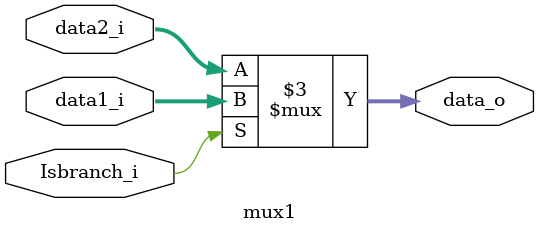
<source format=v>
module mux1(
	data1_i,	//branch_addr
	data2_i,	//Add_pc + 4
	Isbranch_i,	//control && Eq
	data_o
);
input   [31:0]		data1_i;
input   [31:0]		data2_i;
input				Isbranch_i;
output reg [31:0]	data_o;

always@(*)begin
	if(Isbranch_i)
		data_o = data1_i;
	else
		data_o = data2_i;
end

endmodule
</source>
